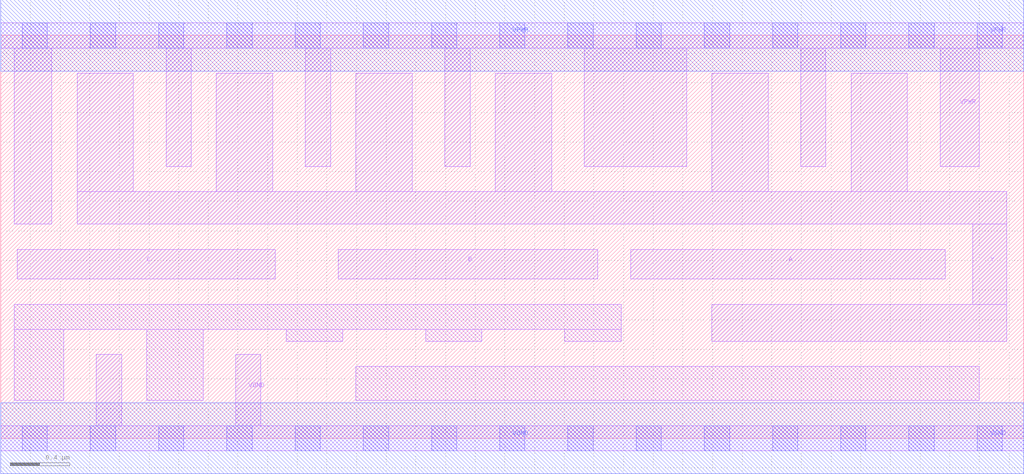
<source format=lef>
# Copyright 2020 The SkyWater PDK Authors
#
# Licensed under the Apache License, Version 2.0 (the "License");
# you may not use this file except in compliance with the License.
# You may obtain a copy of the License at
#
#     https://www.apache.org/licenses/LICENSE-2.0
#
# Unless required by applicable law or agreed to in writing, software
# distributed under the License is distributed on an "AS IS" BASIS,
# WITHOUT WARRANTIES OR CONDITIONS OF ANY KIND, either express or implied.
# See the License for the specific language governing permissions and
# limitations under the License.
#
# SPDX-License-Identifier: Apache-2.0

VERSION 5.7 ;
  NAMESCASESENSITIVE ON ;
  NOWIREEXTENSIONATPIN ON ;
  DIVIDERCHAR "/" ;
  BUSBITCHARS "[]" ;
UNITS
  DATABASE MICRONS 200 ;
END UNITS
PROPERTYDEFINITIONS
  MACRO maskLayoutSubType STRING ;
  MACRO prCellType STRING ;
  MACRO originalViewName STRING ;
END PROPERTYDEFINITIONS
MACRO sky130_fd_sc_hdll__nand3_4
  CLASS CORE ;
  FOREIGN sky130_fd_sc_hdll__nand3_4 ;
  ORIGIN  0.000000  0.000000 ;
  SIZE  6.900000 BY  2.720000 ;
  SYMMETRY X Y R90 ;
  SITE unithd ;
  PIN A
    ANTENNAGATEAREA  1.110000 ;
    DIRECTION INPUT ;
    USE SIGNAL ;
    PORT
      LAYER li1 ;
        RECT 4.250000 1.075000 6.370000 1.275000 ;
    END
  END A
  PIN B
    ANTENNAGATEAREA  1.110000 ;
    DIRECTION INPUT ;
    USE SIGNAL ;
    PORT
      LAYER li1 ;
        RECT 2.275000 1.075000 4.025000 1.275000 ;
    END
  END B
  PIN C
    ANTENNAGATEAREA  1.110000 ;
    DIRECTION INPUT ;
    USE SIGNAL ;
    PORT
      LAYER li1 ;
        RECT 0.110000 1.075000 1.850000 1.275000 ;
    END
  END C
  PIN VGND
    ANTENNADIFFAREA  0.416000 ;
    DIRECTION INOUT ;
    USE SIGNAL ;
    PORT
      LAYER li1 ;
        RECT 0.000000 -0.085000 6.900000 0.085000 ;
        RECT 0.645000  0.085000 0.815000 0.565000 ;
        RECT 1.585000  0.085000 1.755000 0.565000 ;
      LAYER mcon ;
        RECT 0.145000 -0.085000 0.315000 0.085000 ;
        RECT 0.605000 -0.085000 0.775000 0.085000 ;
        RECT 1.065000 -0.085000 1.235000 0.085000 ;
        RECT 1.525000 -0.085000 1.695000 0.085000 ;
        RECT 1.985000 -0.085000 2.155000 0.085000 ;
        RECT 2.445000 -0.085000 2.615000 0.085000 ;
        RECT 2.905000 -0.085000 3.075000 0.085000 ;
        RECT 3.365000 -0.085000 3.535000 0.085000 ;
        RECT 3.825000 -0.085000 3.995000 0.085000 ;
        RECT 4.285000 -0.085000 4.455000 0.085000 ;
        RECT 4.745000 -0.085000 4.915000 0.085000 ;
        RECT 5.205000 -0.085000 5.375000 0.085000 ;
        RECT 5.665000 -0.085000 5.835000 0.085000 ;
        RECT 6.125000 -0.085000 6.295000 0.085000 ;
        RECT 6.585000 -0.085000 6.755000 0.085000 ;
      LAYER met1 ;
        RECT 0.000000 -0.240000 6.900000 0.240000 ;
    END
  END VGND
  PIN VPWR
    ANTENNADIFFAREA  2.250000 ;
    DIRECTION INOUT ;
    USE SIGNAL ;
    PORT
      LAYER li1 ;
        RECT 0.000000 2.635000 6.900000 2.805000 ;
        RECT 0.090000 1.445000 0.345000 2.635000 ;
        RECT 1.115000 1.835000 1.285000 2.635000 ;
        RECT 2.055000 1.835000 2.225000 2.635000 ;
        RECT 2.995000 1.835000 3.165000 2.635000 ;
        RECT 3.935000 1.835000 4.625000 2.635000 ;
        RECT 5.395000 1.835000 5.565000 2.635000 ;
        RECT 6.335000 1.835000 6.600000 2.635000 ;
      LAYER mcon ;
        RECT 0.145000 2.635000 0.315000 2.805000 ;
        RECT 0.605000 2.635000 0.775000 2.805000 ;
        RECT 1.065000 2.635000 1.235000 2.805000 ;
        RECT 1.525000 2.635000 1.695000 2.805000 ;
        RECT 1.985000 2.635000 2.155000 2.805000 ;
        RECT 2.445000 2.635000 2.615000 2.805000 ;
        RECT 2.905000 2.635000 3.075000 2.805000 ;
        RECT 3.365000 2.635000 3.535000 2.805000 ;
        RECT 3.825000 2.635000 3.995000 2.805000 ;
        RECT 4.285000 2.635000 4.455000 2.805000 ;
        RECT 4.745000 2.635000 4.915000 2.805000 ;
        RECT 5.205000 2.635000 5.375000 2.805000 ;
        RECT 5.665000 2.635000 5.835000 2.805000 ;
        RECT 6.125000 2.635000 6.295000 2.805000 ;
        RECT 6.585000 2.635000 6.755000 2.805000 ;
      LAYER met1 ;
        RECT 0.000000 2.480000 6.900000 2.960000 ;
    END
  END VPWR
  PIN Y
    ANTENNADIFFAREA  2.156000 ;
    DIRECTION OUTPUT ;
    USE SIGNAL ;
    PORT
      LAYER li1 ;
        RECT 0.515000 1.445000 6.785000 1.665000 ;
        RECT 0.515000 1.665000 0.895000 2.465000 ;
        RECT 1.455000 1.665000 1.835000 2.465000 ;
        RECT 2.395000 1.665000 2.775000 2.465000 ;
        RECT 3.335000 1.665000 3.715000 2.465000 ;
        RECT 4.795000 0.655000 6.785000 0.905000 ;
        RECT 4.795000 1.665000 5.175000 2.465000 ;
        RECT 5.735000 1.665000 6.115000 2.465000 ;
        RECT 6.555000 0.905000 6.785000 1.445000 ;
    END
  END Y
  OBS
    LAYER li1 ;
      RECT 0.090000 0.255000 0.425000 0.735000 ;
      RECT 0.090000 0.735000 4.185000 0.905000 ;
      RECT 0.985000 0.255000 1.365000 0.735000 ;
      RECT 1.925000 0.655000 2.305000 0.735000 ;
      RECT 2.395000 0.255000 6.600000 0.485000 ;
      RECT 2.865000 0.655000 3.245000 0.735000 ;
      RECT 3.805000 0.655000 4.185000 0.735000 ;
  END
  PROPERTY maskLayoutSubType "abstract" ;
  PROPERTY prCellType "standard" ;
  PROPERTY originalViewName "layout" ;
END sky130_fd_sc_hdll__nand3_4

</source>
